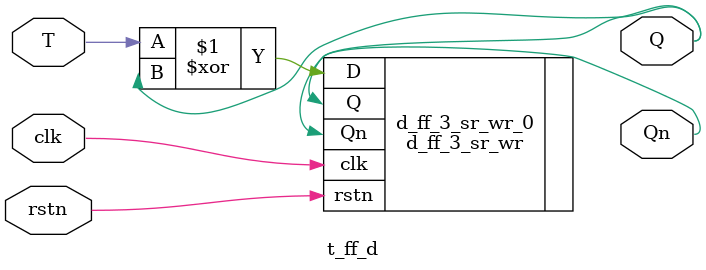
<source format=v>
module t_ff_d (
    input rstn, clk, T,
    output Q, Qn
);
    d_ff_3_sr_wr d_ff_3_sr_wr_0 (
        .rstn (rstn),
        .clk (clk),
        .D (T ^ Q),
        .Q (Q),
        .Qn (Qn)
    );
endmodule

</source>
